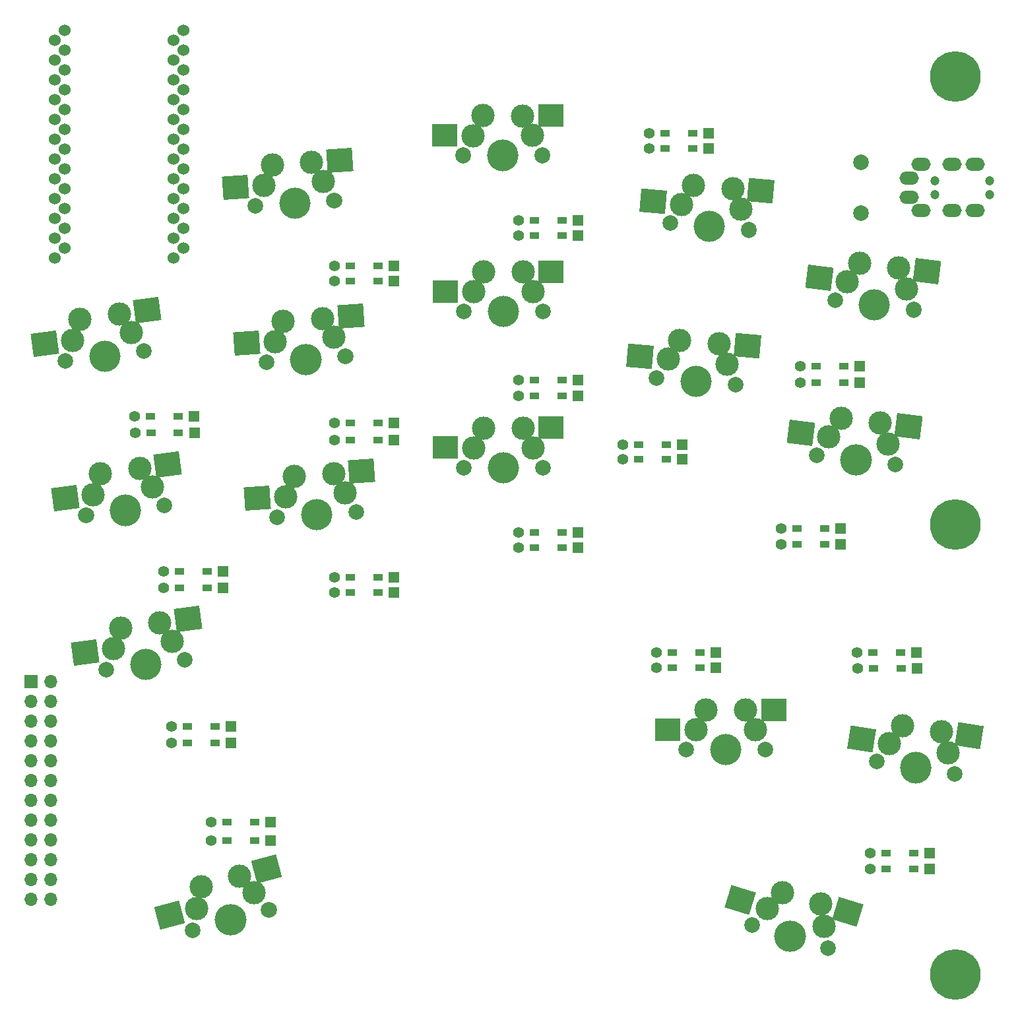
<source format=gbr>
%TF.GenerationSoftware,KiCad,Pcbnew,7.0.7*%
%TF.CreationDate,2024-06-25T00:35:16+09:00*%
%TF.ProjectId,hmproto34,686d7072-6f74-46f3-9334-2e6b69636164,rev?*%
%TF.SameCoordinates,Original*%
%TF.FileFunction,Soldermask,Bot*%
%TF.FilePolarity,Negative*%
%FSLAX46Y46*%
G04 Gerber Fmt 4.6, Leading zero omitted, Abs format (unit mm)*
G04 Created by KiCad (PCBNEW 7.0.7) date 2024-06-25 00:35:16*
%MOMM*%
%LPD*%
G01*
G04 APERTURE LIST*
G04 Aperture macros list*
%AMRotRect*
0 Rectangle, with rotation*
0 The origin of the aperture is its center*
0 $1 length*
0 $2 width*
0 $3 Rotation angle, in degrees counterclockwise*
0 Add horizontal line*
21,1,$1,$2,0,0,$3*%
G04 Aperture macros list end*
%ADD10C,2.000000*%
%ADD11C,3.000000*%
%ADD12C,4.000000*%
%ADD13RotRect,3.300000X3.000000X187.500000*%
%ADD14R,1.397000X1.397000*%
%ADD15R,1.300000X0.950000*%
%ADD16C,1.397000*%
%ADD17R,3.300000X3.000000*%
%ADD18RotRect,3.300000X3.000000X184.000000*%
%ADD19RotRect,3.300000X3.000000X173.000000*%
%ADD20C,6.500000*%
%ADD21RotRect,3.300000X3.000000X195.000000*%
%ADD22RotRect,3.300000X3.000000X163.000000*%
%ADD23RotRect,3.300000X3.000000X175.000000*%
%ADD24C,1.200000*%
%ADD25O,2.500000X1.700000*%
%ADD26R,1.700000X1.700000*%
%ADD27O,1.700000X1.700000*%
%ADD28C,1.524000*%
%ADD29RotRect,3.300000X3.000000X171.000000*%
G04 APERTURE END LIST*
D10*
%TO.C,SW11*%
X23017592Y-95298649D03*
D11*
X23945191Y-92614611D03*
D12*
X28054132Y-94635576D03*
D11*
X29909329Y-89267500D03*
D10*
X33090672Y-93972503D03*
D13*
X20331110Y-93050069D03*
X33483224Y-88756642D03*
%TD*%
D10*
%TO.C,SW20*%
X119910000Y-30165000D03*
X119910000Y-36665000D03*
%TD*%
D14*
%TO.C,D20*%
X127045000Y-95110000D03*
D15*
X125010000Y-95110000D03*
X121460000Y-95110000D03*
D16*
X119425000Y-95110000D03*
%TD*%
D14*
%TO.C,D2*%
X59940000Y-43510000D03*
D15*
X57905000Y-43510000D03*
X54355000Y-43510000D03*
D16*
X52320000Y-43510000D03*
%TD*%
D14*
%TO.C,D31*%
X34315000Y-64860000D03*
D15*
X32280000Y-64860000D03*
X28730000Y-64860000D03*
D16*
X26695000Y-64860000D03*
%TD*%
D10*
%TO.C,SW8*%
X68864132Y-49335576D03*
D11*
X70134132Y-46795576D03*
D12*
X73944132Y-49335576D03*
D11*
X76484132Y-44255576D03*
D10*
X79024132Y-49335576D03*
D17*
X66494132Y-46755576D03*
X80094132Y-44215576D03*
%TD*%
D10*
%TO.C,SW12*%
X44936507Y-75719939D03*
D11*
X46026232Y-73097535D03*
D12*
X50004132Y-75365576D03*
D11*
X52183582Y-70120769D03*
D10*
X55071757Y-75011213D03*
D18*
X42392308Y-73311546D03*
X55781998Y-69829046D03*
%TD*%
D14*
%TO.C,D15*%
X127010000Y-93080000D03*
D15*
X124975000Y-93080000D03*
X121425000Y-93080000D03*
D16*
X119390000Y-93080000D03*
%TD*%
D10*
%TO.C,SW10*%
X114181998Y-67726480D03*
D11*
X115752079Y-65360187D03*
D12*
X119224132Y-68345576D03*
D11*
X122364295Y-63612990D03*
D10*
X124266266Y-68964672D03*
D19*
X112144086Y-64876881D03*
X125952262Y-64013236D03*
%TD*%
D14*
%TO.C,D28*%
X59940000Y-45430000D03*
D15*
X57905000Y-45430000D03*
X54355000Y-45430000D03*
D16*
X52320000Y-45430000D03*
%TD*%
D14*
%TO.C,D14*%
X101260000Y-93050000D03*
D15*
X99225000Y-93050000D03*
X95675000Y-93050000D03*
D16*
X93640000Y-93050000D03*
%TD*%
D14*
%TO.C,D29*%
X59940000Y-65800000D03*
D15*
X57905000Y-65800000D03*
X54355000Y-65800000D03*
D16*
X52320000Y-65800000D03*
%TD*%
D10*
%TO.C,SW7*%
X43566507Y-55809939D03*
D11*
X44656232Y-53187535D03*
D12*
X48634132Y-55455576D03*
D11*
X50813582Y-50210769D03*
D10*
X53701757Y-55101213D03*
D18*
X41022308Y-53401546D03*
X54411998Y-49919046D03*
%TD*%
D20*
%TO.C,Ref\u002A\u002A*%
X131940000Y-134370000D03*
%TD*%
D14*
%TO.C,D9*%
X96960000Y-66390000D03*
D15*
X94925000Y-66390000D03*
X91375000Y-66390000D03*
D16*
X89340000Y-66390000D03*
%TD*%
D20*
%TO.C,Ref\u002A\u002A*%
X131940000Y-19140000D03*
%TD*%
D14*
%TO.C,D17*%
X128675000Y-118850000D03*
D15*
X126640000Y-118850000D03*
X123090000Y-118850000D03*
D16*
X121055000Y-118850000D03*
%TD*%
D10*
%TO.C,SW16*%
X34077229Y-128700377D03*
D11*
X34646554Y-125918225D03*
D12*
X38984132Y-127385576D03*
D11*
X40122783Y-121821272D03*
D10*
X43891035Y-126070775D03*
D21*
X31120231Y-126821690D03*
X43599423Y-120848298D03*
%TD*%
D14*
%TO.C,D27*%
X83510000Y-79650000D03*
D15*
X81475000Y-79650000D03*
X77925000Y-79650000D03*
D16*
X75890000Y-79650000D03*
%TD*%
D10*
%TO.C,SW17*%
X105916104Y-128010328D03*
D11*
X107873235Y-125952626D03*
D12*
X110774132Y-129495576D03*
D11*
X114688394Y-125380172D03*
D10*
X115632160Y-130980824D03*
D22*
X104403981Y-124850141D03*
X118152349Y-126397381D03*
%TD*%
D14*
%TO.C,D19*%
X117240000Y-79230000D03*
D15*
X115205000Y-79230000D03*
X111655000Y-79230000D03*
D16*
X109620000Y-79230000D03*
%TD*%
D14*
%TO.C,D23*%
X96950000Y-68300000D03*
D15*
X94915000Y-68300000D03*
X91365000Y-68300000D03*
D16*
X89330000Y-68300000D03*
%TD*%
D14*
%TO.C,D5*%
X119705000Y-56370000D03*
D15*
X117670000Y-56370000D03*
X114120000Y-56370000D03*
D16*
X112085000Y-56370000D03*
%TD*%
D10*
%TO.C,SW9*%
X93653463Y-57862825D03*
D11*
X95140006Y-55443178D03*
D12*
X98714132Y-58305576D03*
D11*
X101687218Y-53466283D03*
D10*
X103774801Y-58748327D03*
D23*
X91517343Y-55086083D03*
X105286967Y-53741067D03*
%TD*%
D14*
%TO.C,D25*%
X83510000Y-39570000D03*
D15*
X81475000Y-39570000D03*
X77925000Y-39570000D03*
D16*
X75890000Y-39570000D03*
%TD*%
D14*
%TO.C,D34*%
X44120000Y-117240000D03*
D15*
X42085000Y-117240000D03*
X38535000Y-117240000D03*
D16*
X36500000Y-117240000D03*
%TD*%
D10*
%TO.C,SW6*%
X20427592Y-75498649D03*
D11*
X21355191Y-72814611D03*
D12*
X25464132Y-74835576D03*
D11*
X27319329Y-69467500D03*
D10*
X30500672Y-74172503D03*
D13*
X17741110Y-73250069D03*
X30893224Y-68956642D03*
%TD*%
D14*
%TO.C,D16*%
X44110000Y-114830000D03*
D15*
X42075000Y-114830000D03*
X38525000Y-114830000D03*
D16*
X36490000Y-114830000D03*
%TD*%
D14*
%TO.C,D6*%
X37980000Y-82700000D03*
D15*
X35945000Y-82700000D03*
X32395000Y-82700000D03*
D16*
X30360000Y-82700000D03*
%TD*%
D10*
%TO.C,SW2*%
X42126507Y-35789939D03*
D11*
X43216232Y-33167535D03*
D12*
X47194132Y-35435576D03*
D11*
X49373582Y-30190769D03*
D10*
X52261757Y-35081213D03*
D18*
X39582308Y-33381546D03*
X52971998Y-29899046D03*
%TD*%
D24*
%TO.C,J1*%
X136340000Y-32540000D03*
X129340000Y-32540000D03*
X136340000Y-34290000D03*
X129340000Y-34290000D03*
D25*
X126040000Y-32190000D03*
X126040000Y-34640000D03*
X134540000Y-30440000D03*
X134540000Y-36390000D03*
X131540000Y-30440000D03*
X131540000Y-36390000D03*
X127540000Y-30440000D03*
X127540000Y-36390000D03*
%TD*%
D14*
%TO.C,D26*%
X83510000Y-60160000D03*
D15*
X81475000Y-60160000D03*
X77925000Y-60160000D03*
D16*
X75890000Y-60160000D03*
%TD*%
D14*
%TO.C,D30*%
X59940000Y-85360000D03*
D15*
X57905000Y-85360000D03*
X54355000Y-85360000D03*
D16*
X52320000Y-85360000D03*
%TD*%
D26*
%TO.C,J2*%
X13340000Y-96810000D03*
D27*
X13340000Y-99350000D03*
X13340000Y-101890000D03*
X13340000Y-104430000D03*
X13340000Y-106970000D03*
X13340000Y-109510000D03*
X13340000Y-112050000D03*
X13340000Y-114590000D03*
X13340000Y-117130000D03*
X13340000Y-119670000D03*
X13340000Y-122210000D03*
X13340000Y-124750000D03*
X15880000Y-124750000D03*
X15880000Y-122210000D03*
X15880000Y-119670000D03*
X15880000Y-117130000D03*
X15880000Y-114590000D03*
X15880000Y-112050000D03*
X15880000Y-109510000D03*
X15880000Y-106970000D03*
X15880000Y-104430000D03*
X15880000Y-101890000D03*
X15880000Y-99350000D03*
X15880000Y-96810000D03*
%TD*%
D28*
%TO.C,U1*%
X16370000Y-14480000D03*
X32916400Y-13210000D03*
X16370000Y-17020000D03*
X32916400Y-15750000D03*
X16370000Y-19560000D03*
X32916400Y-18290000D03*
X16370000Y-22100000D03*
X32916400Y-20830000D03*
X16370000Y-24640000D03*
X32916400Y-23370000D03*
X16370000Y-27180000D03*
X32916400Y-25910000D03*
X16370000Y-29720000D03*
X32916400Y-28450000D03*
X16370000Y-32260000D03*
X32916400Y-30990000D03*
X16370000Y-34800000D03*
X32916400Y-33530000D03*
X16370000Y-37340000D03*
X32916400Y-36070000D03*
X16370000Y-39880000D03*
X32916400Y-38610000D03*
X16370000Y-42420000D03*
X32916400Y-41150000D03*
X17696400Y-41150000D03*
X31610000Y-42420000D03*
X17696400Y-38610000D03*
X31610000Y-39880000D03*
X17696400Y-36070000D03*
X31610000Y-37340000D03*
X17696400Y-33530000D03*
X31610000Y-34800000D03*
X17696400Y-30990000D03*
X31610000Y-32260000D03*
X17696400Y-28450000D03*
X31610000Y-29720000D03*
X17696400Y-25910000D03*
X31610000Y-27180000D03*
X17696400Y-23370000D03*
X31610000Y-24640000D03*
X17696400Y-20830000D03*
X31610000Y-22100000D03*
X17696400Y-18290000D03*
X31610000Y-19560000D03*
X17696400Y-15750000D03*
X31610000Y-17020000D03*
X17696400Y-13210000D03*
X31610000Y-14480000D03*
%TD*%
D10*
%TO.C,SW14*%
X97434132Y-105545576D03*
D11*
X98704132Y-103005576D03*
D12*
X102514132Y-105545576D03*
D11*
X105054132Y-100465576D03*
D10*
X107594132Y-105545576D03*
D17*
X95064132Y-102965576D03*
X108664132Y-100425576D03*
%TD*%
D10*
%TO.C,SW3*%
X68844132Y-29295576D03*
D11*
X70114132Y-26755576D03*
D12*
X73924132Y-29295576D03*
D11*
X76464132Y-24215576D03*
D10*
X79004132Y-29295576D03*
D17*
X66474132Y-26715576D03*
X80074132Y-24175576D03*
%TD*%
D14*
%TO.C,D33*%
X39025000Y-104660000D03*
D15*
X36990000Y-104660000D03*
X33440000Y-104660000D03*
D16*
X31405000Y-104660000D03*
%TD*%
D10*
%TO.C,SW4*%
X95373463Y-37972825D03*
D11*
X96860006Y-35553178D03*
D12*
X100434132Y-38415576D03*
D11*
X103407218Y-33576283D03*
D10*
X105494801Y-38858327D03*
D23*
X93237343Y-35196083D03*
X107006967Y-33851067D03*
%TD*%
D14*
%TO.C,D21*%
X128680000Y-120870000D03*
D15*
X126645000Y-120870000D03*
X123095000Y-120870000D03*
D16*
X121060000Y-120870000D03*
%TD*%
D14*
%TO.C,D4*%
X100310000Y-26430000D03*
D15*
X98275000Y-26430000D03*
X94725000Y-26430000D03*
D16*
X92690000Y-26430000D03*
%TD*%
D10*
%TO.C,SW13*%
X68874132Y-69345576D03*
D11*
X70144132Y-66805576D03*
D12*
X73954132Y-69345576D03*
D11*
X76494132Y-64265576D03*
D10*
X79034132Y-69345576D03*
D17*
X66504132Y-66765576D03*
X80104132Y-64225576D03*
%TD*%
D14*
%TO.C,D12*%
X59940000Y-83460000D03*
D15*
X57905000Y-83460000D03*
X54355000Y-83460000D03*
D16*
X52320000Y-83460000D03*
%TD*%
D20*
%TO.C,Ref\u002A\u002A*%
X131940000Y-76640000D03*
%TD*%
D10*
%TO.C,SW5*%
X116551998Y-47876480D03*
D11*
X118122079Y-45510187D03*
D12*
X121594132Y-48495576D03*
D11*
X124734295Y-43762990D03*
D10*
X126636266Y-49114672D03*
D19*
X114514086Y-45026881D03*
X128322262Y-44163236D03*
%TD*%
D14*
%TO.C,D7*%
X59940000Y-63660000D03*
D15*
X57905000Y-63660000D03*
X54355000Y-63660000D03*
D16*
X52320000Y-63660000D03*
%TD*%
D10*
%TO.C,SW1*%
X17797592Y-55688649D03*
D11*
X18725191Y-53004611D03*
D12*
X22834132Y-55025576D03*
D11*
X24689329Y-49657500D03*
D10*
X27870672Y-54362503D03*
D13*
X15111110Y-53440069D03*
X28263224Y-49146642D03*
%TD*%
D14*
%TO.C,D22*%
X100300000Y-28390000D03*
D15*
X98265000Y-28390000D03*
X94715000Y-28390000D03*
D16*
X92680000Y-28390000D03*
%TD*%
D14*
%TO.C,D10*%
X117260000Y-77160000D03*
D15*
X115225000Y-77160000D03*
X111675000Y-77160000D03*
D16*
X109640000Y-77160000D03*
%TD*%
D14*
%TO.C,D1*%
X34305000Y-62780000D03*
D15*
X32270000Y-62780000D03*
X28720000Y-62780000D03*
D16*
X26685000Y-62780000D03*
%TD*%
D14*
%TO.C,D13*%
X83510000Y-77670000D03*
D15*
X81475000Y-77670000D03*
X77925000Y-77670000D03*
D16*
X75890000Y-77670000D03*
%TD*%
D10*
%TO.C,SW15*%
X121866675Y-107060889D03*
D11*
X123518383Y-104750832D03*
D12*
X126884132Y-107855576D03*
D11*
X130187547Y-103235463D03*
D10*
X131901589Y-108650263D03*
D29*
X119929455Y-104141903D03*
X133759360Y-103760684D03*
%TD*%
D14*
%TO.C,D11*%
X39040000Y-102600000D03*
D15*
X37005000Y-102600000D03*
X33455000Y-102600000D03*
D16*
X31420000Y-102600000D03*
%TD*%
D14*
%TO.C,D3*%
X83510000Y-37630000D03*
D15*
X81475000Y-37630000D03*
X77925000Y-37630000D03*
D16*
X75890000Y-37630000D03*
%TD*%
D14*
%TO.C,D32*%
X37980000Y-84750000D03*
D15*
X35945000Y-84750000D03*
X32395000Y-84750000D03*
D16*
X30360000Y-84750000D03*
%TD*%
D14*
%TO.C,D24*%
X101260000Y-95000000D03*
D15*
X99225000Y-95000000D03*
X95675000Y-95000000D03*
D16*
X93640000Y-95000000D03*
%TD*%
D14*
%TO.C,D18*%
X119710000Y-58440000D03*
D15*
X117675000Y-58440000D03*
X114125000Y-58440000D03*
D16*
X112090000Y-58440000D03*
%TD*%
D14*
%TO.C,D8*%
X83510000Y-58100000D03*
D15*
X81475000Y-58100000D03*
X77925000Y-58100000D03*
D16*
X75890000Y-58100000D03*
%TD*%
D10*
%TO.C,SW26*%
X79010000Y-29280000D03*
D11*
X77740000Y-26740000D03*
D12*
X73930000Y-29280000D03*
D11*
X71390000Y-24200000D03*
D10*
X68850000Y-29280000D03*
%TD*%
%TO.C,SW25*%
X107590000Y-105550000D03*
D11*
X106320000Y-103010000D03*
D12*
X102510000Y-105550000D03*
D11*
X99970000Y-100470000D03*
D10*
X97430000Y-105550000D03*
%TD*%
%TO.C,SW19*%
X124284268Y-68978192D03*
D11*
X123333283Y-66302351D03*
D12*
X119242134Y-68359096D03*
D11*
X117340163Y-63007413D03*
D10*
X114200000Y-67740000D03*
%TD*%
%TO.C,SW29*%
X52285250Y-35091274D03*
D11*
X50841163Y-32646052D03*
D12*
X47217625Y-35445637D03*
D11*
X44329449Y-30555193D03*
D10*
X42150000Y-35800000D03*
%TD*%
%TO.C,SW32*%
X27856540Y-54366927D03*
D11*
X26265868Y-52014425D03*
D12*
X22820000Y-55030000D03*
D11*
X19638657Y-50324997D03*
D10*
X17783460Y-55693073D03*
%TD*%
%TO.C,SW34*%
X33086540Y-93976927D03*
D11*
X31495868Y-91624425D03*
D12*
X28050000Y-94640000D03*
D11*
X24868657Y-89934997D03*
D10*
X23013460Y-95303073D03*
%TD*%
%TO.C,SW30*%
X53687625Y-55095637D03*
D11*
X52243538Y-52650415D03*
D12*
X48620000Y-55450000D03*
D11*
X45731824Y-50559556D03*
D10*
X43552375Y-55804363D03*
%TD*%
%TO.C,SW33*%
X30490000Y-74180000D03*
D11*
X28899328Y-71827498D03*
D12*
X25453460Y-74843073D03*
D11*
X22272117Y-70138070D03*
D10*
X20416920Y-75506146D03*
%TD*%
%TO.C,SW24*%
X103760000Y-58730000D03*
D11*
X102716208Y-56088978D03*
D12*
X98699331Y-58287249D03*
D11*
X96611748Y-53005204D03*
D10*
X93638662Y-57844498D03*
%TD*%
%TO.C,SW22*%
X115618028Y-130985248D03*
D11*
X115146145Y-128184922D03*
D12*
X110760000Y-129500000D03*
D11*
X109816234Y-123899348D03*
D10*
X105901972Y-128014752D03*
%TD*%
%TO.C,SW28*%
X79040000Y-69348000D03*
D11*
X77770000Y-66808000D03*
D12*
X73960000Y-69348000D03*
D11*
X71420000Y-64268000D03*
D10*
X68880000Y-69348000D03*
%TD*%
%TO.C,SW18*%
X126642134Y-49079096D03*
D11*
X125691149Y-46403255D03*
D12*
X121600000Y-48460000D03*
D11*
X119698029Y-43108317D03*
D10*
X116557866Y-47840904D03*
%TD*%
%TO.C,SW35*%
X43875155Y-126064702D03*
D11*
X41991029Y-123939951D03*
D12*
X38968252Y-127379503D03*
D11*
X35200000Y-123130000D03*
D10*
X34061349Y-128694304D03*
%TD*%
%TO.C,SW21*%
X131900000Y-108660000D03*
D11*
X131042979Y-105952600D03*
D12*
X126882543Y-107865313D03*
D11*
X125168502Y-102450513D03*
D10*
X121865086Y-107070626D03*
%TD*%
%TO.C,SW27*%
X79020000Y-49350000D03*
D11*
X77750000Y-46810000D03*
D12*
X73940000Y-49350000D03*
D11*
X71400000Y-44270000D03*
D10*
X68860000Y-49350000D03*
%TD*%
%TO.C,SW23*%
X105490669Y-38852751D03*
D11*
X104446877Y-36211729D03*
D12*
X100430000Y-38410000D03*
D11*
X98342417Y-33127955D03*
D10*
X95369331Y-37967249D03*
%TD*%
%TO.C,SW31*%
X55067625Y-75015637D03*
D11*
X53623538Y-72570415D03*
D12*
X50000000Y-75370000D03*
D11*
X47111824Y-70479556D03*
D10*
X44932375Y-75724363D03*
%TD*%
M02*

</source>
